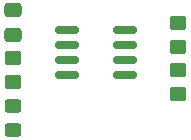
<source format=gbr>
%TF.GenerationSoftware,KiCad,Pcbnew,9.0.6*%
%TF.CreationDate,2025-12-10T19:47:48+00:00*%
%TF.ProjectId,GettingToBlinky5.0,47657474-696e-4675-946f-426c696e6b79,rev?*%
%TF.SameCoordinates,Original*%
%TF.FileFunction,Paste,Top*%
%TF.FilePolarity,Positive*%
%FSLAX46Y46*%
G04 Gerber Fmt 4.6, Leading zero omitted, Abs format (unit mm)*
G04 Created by KiCad (PCBNEW 9.0.6) date 2025-12-10 19:47:48*
%MOMM*%
%LPD*%
G01*
G04 APERTURE LIST*
G04 Aperture macros list*
%AMRoundRect*
0 Rectangle with rounded corners*
0 $1 Rounding radius*
0 $2 $3 $4 $5 $6 $7 $8 $9 X,Y pos of 4 corners*
0 Add a 4 corners polygon primitive as box body*
4,1,4,$2,$3,$4,$5,$6,$7,$8,$9,$2,$3,0*
0 Add four circle primitives for the rounded corners*
1,1,$1+$1,$2,$3*
1,1,$1+$1,$4,$5*
1,1,$1+$1,$6,$7*
1,1,$1+$1,$8,$9*
0 Add four rect primitives between the rounded corners*
20,1,$1+$1,$2,$3,$4,$5,0*
20,1,$1+$1,$4,$5,$6,$7,0*
20,1,$1+$1,$6,$7,$8,$9,0*
20,1,$1+$1,$8,$9,$2,$3,0*%
G04 Aperture macros list end*
%ADD10RoundRect,0.250000X-0.450000X0.350000X-0.450000X-0.350000X0.450000X-0.350000X0.450000X0.350000X0*%
%ADD11RoundRect,0.150000X-0.825000X-0.150000X0.825000X-0.150000X0.825000X0.150000X-0.825000X0.150000X0*%
%ADD12RoundRect,0.250000X0.450000X-0.325000X0.450000X0.325000X-0.450000X0.325000X-0.450000X-0.325000X0*%
%ADD13RoundRect,0.250000X0.475000X-0.337500X0.475000X0.337500X-0.475000X0.337500X-0.475000X-0.337500X0*%
G04 APERTURE END LIST*
D10*
%TO.C,R2*%
X152500000Y-95500000D03*
X152500000Y-97500000D03*
%TD*%
%TO.C,R3*%
X138500000Y-94500000D03*
X138500000Y-96500000D03*
%TD*%
D11*
%TO.C,U1*%
X143025000Y-92095000D03*
X143025000Y-93365000D03*
X143025000Y-94635000D03*
X143025000Y-95905000D03*
X147975000Y-95905000D03*
X147975000Y-94635000D03*
X147975000Y-93365000D03*
X147975000Y-92095000D03*
%TD*%
D12*
%TO.C,D1*%
X138500000Y-100550000D03*
X138500000Y-98500000D03*
%TD*%
D13*
%TO.C,C1*%
X138500000Y-92500000D03*
X138500000Y-90425000D03*
%TD*%
D10*
%TO.C,R1*%
X152500000Y-91500000D03*
X152500000Y-93500000D03*
%TD*%
M02*

</source>
